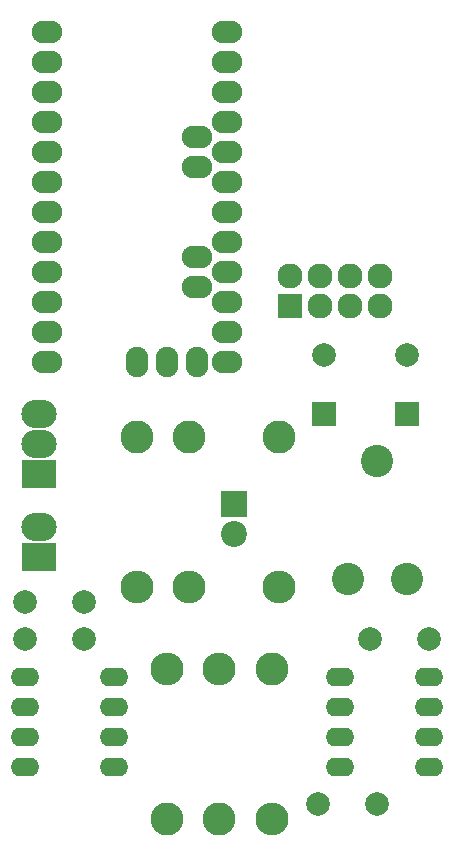
<source format=gbr>
G04 #@! TF.FileFunction,Soldermask,Top*
%FSLAX46Y46*%
G04 Gerber Fmt 4.6, Leading zero omitted, Abs format (unit mm)*
G04 Created by KiCad (PCBNEW 4.0.7) date Thursday, 03 May 2018 'AMt' 11:39:49*
%MOMM*%
%LPD*%
G01*
G04 APERTURE LIST*
%ADD10C,0.100000*%
%ADD11C,2.000000*%
%ADD12R,2.000000X2.000000*%
%ADD13R,2.200000X2.200000*%
%ADD14C,2.200000*%
%ADD15C,2.800000*%
%ADD16O,2.800000X2.800000*%
%ADD17C,2.740000*%
%ADD18O,2.400000X1.600000*%
%ADD19O,2.127200X2.127200*%
%ADD20R,2.127200X2.127200*%
%ADD21O,2.599640X1.901140*%
%ADD22O,1.901140X2.599640*%
%ADD23R,3.000000X2.400000*%
%ADD24O,3.000000X2.400000*%
G04 APERTURE END LIST*
D10*
D11*
X113030000Y-126365000D03*
X108030000Y-126365000D03*
X113030000Y-129540000D03*
X108030000Y-129540000D03*
X142240000Y-129540000D03*
X137240000Y-129540000D03*
D12*
X140335000Y-110490000D03*
D11*
X140335000Y-105490000D03*
D12*
X133350000Y-110490000D03*
D11*
X133350000Y-105490000D03*
X137795000Y-143510000D03*
X132795000Y-143510000D03*
D13*
X125730000Y-118110000D03*
D14*
X125730000Y-120650000D03*
D15*
X117475000Y-112395000D03*
D16*
X117475000Y-125095000D03*
D15*
X121920000Y-112395000D03*
D16*
X121920000Y-125095000D03*
D15*
X120015000Y-144780000D03*
D16*
X120015000Y-132080000D03*
D15*
X128905000Y-132080000D03*
D16*
X128905000Y-144780000D03*
D15*
X124460000Y-144780000D03*
D16*
X124460000Y-132080000D03*
D15*
X129540000Y-112395000D03*
D16*
X129540000Y-125095000D03*
D17*
X135335000Y-124460000D03*
X137835000Y-114460000D03*
X140335000Y-124460000D03*
D18*
X115520000Y-132715000D03*
X108000000Y-132715000D03*
X115520000Y-135255000D03*
X108000000Y-135255000D03*
X115520000Y-137795000D03*
X108000000Y-137795000D03*
X115520000Y-140335000D03*
X108000000Y-140335000D03*
X142190000Y-132715000D03*
X134670000Y-132715000D03*
X142190000Y-135255000D03*
X134670000Y-135255000D03*
X142190000Y-137795000D03*
X134670000Y-137795000D03*
X142190000Y-140335000D03*
X134670000Y-140335000D03*
D19*
X138049000Y-101346000D03*
X138049000Y-98806000D03*
X135509000Y-101346000D03*
X135509000Y-98806000D03*
X132969000Y-101346000D03*
X132969000Y-98806000D03*
D20*
X130429000Y-101346000D03*
D19*
X130429000Y-98806000D03*
D21*
X122555000Y-97155000D03*
X122555000Y-99695000D03*
X109855000Y-78105000D03*
X109855000Y-80645000D03*
X109855000Y-83185000D03*
X109855000Y-85725000D03*
X109855000Y-88265000D03*
X109855000Y-90805000D03*
X109855000Y-93345000D03*
X109855000Y-95885000D03*
X109855000Y-98425000D03*
X109855000Y-100965000D03*
X109855000Y-103505000D03*
X109855000Y-106045000D03*
X125095000Y-106045000D03*
X125095000Y-103505000D03*
X125095000Y-100965000D03*
X125095000Y-98425000D03*
X125095000Y-95885000D03*
X125095000Y-93345000D03*
X125095000Y-90805000D03*
X125095000Y-88265000D03*
X125095000Y-85725000D03*
X125095000Y-83185000D03*
X125095000Y-80645000D03*
X125095000Y-78105000D03*
X122555000Y-89535000D03*
X122555000Y-86995000D03*
D22*
X122555000Y-106045000D03*
X120015000Y-106045000D03*
X117475000Y-106045000D03*
D23*
X109220000Y-115570000D03*
D24*
X109220000Y-113030000D03*
X109220000Y-110490000D03*
D23*
X109220000Y-122555000D03*
D24*
X109220000Y-120015000D03*
M02*

</source>
